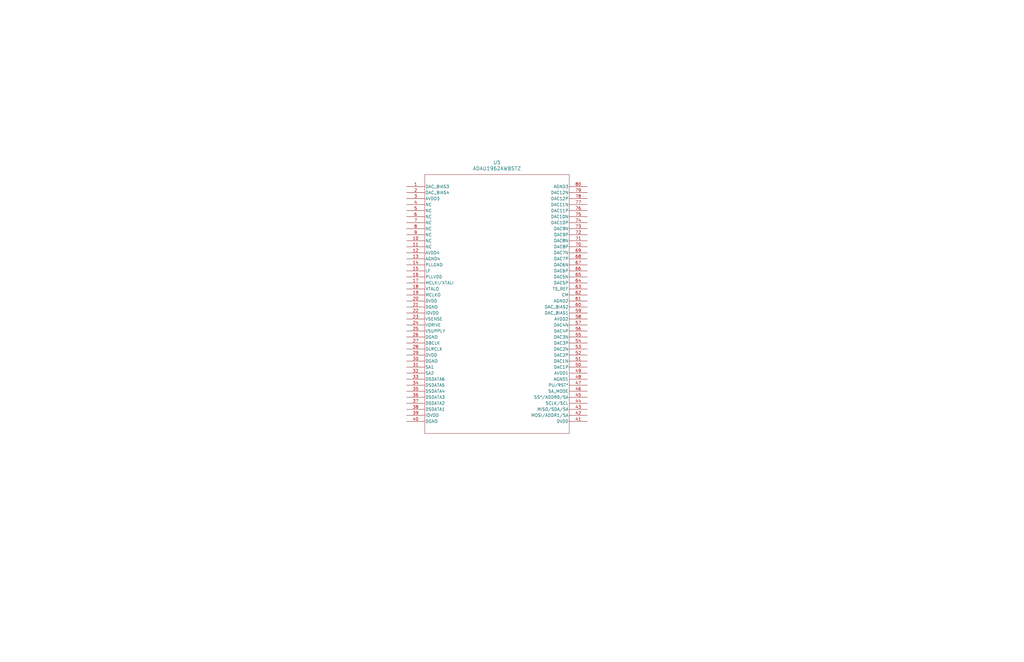
<source format=kicad_sch>
(kicad_sch (version 20250114) (generator "eeschema") (generator_version "9.0")
  (paper "B")
  (title_block (title "Transmit DACs") (date "2026-01-02") (rev "0.0") (company "Andy McCann KA3KAF and Doug McCann KA3KAG"))
  (lib_symbols
    (symbol "ADAU1962A:ADAU1962AWBSTZ" (pin_names (offset 0.254))
      (property "Reference" "U" (at 38.1 10.16 0))
      (property "Value" "ADAU1962AWBSTZ" (at 38.1 7.62 0))
      (symbol "ADAU1962AWBSTZ_0_1"
        (polyline (pts (xy 7.62 5.08) (xy 7.62 -104.14)) (stroke (width 0.127)))
        (polyline (pts (xy 7.62 -104.14) (xy 68.58 -104.14)) (stroke (width 0.127)))
        (polyline (pts (xy 68.58 5.08) (xy 7.62 5.08)) (stroke (width 0.127)))
        (polyline (pts (xy 68.58 -104.14) (xy 68.58 5.08)) (stroke (width 0.127)))
        (pin unspecified line (at 0 0 0) (length 7.62) (name "DAC_BIAS3") (number "1"))
        (pin unspecified line (at 0 -2.54 0) (length 7.62) (name "DAC_BIAS4") (number "2"))
        (pin unspecified line (at 0 -5.08 0) (length 7.62) (name "AVDD3") (number "3"))
        (pin unspecified line (at 0 -7.62 0) (length 7.62) (name "NC") (number "4"))
        (pin unspecified line (at 0 -10.16 0) (length 7.62) (name "NC") (number "5"))
        (pin unspecified line (at 0 -12.7 0) (length 7.62) (name "NC") (number "6"))
        (pin unspecified line (at 0 -15.24 0) (length 7.62) (name "NC") (number "7"))
        (pin unspecified line (at 0 -17.78 0) (length 7.62) (name "NC") (number "8"))
        (pin unspecified line (at 0 -20.32 0) (length 7.62) (name "NC") (number "9"))
        (pin unspecified line (at 0 -22.86 0) (length 7.62) (name "NC") (number "10"))
        (pin unspecified line (at 0 -25.4 0) (length 7.62) (name "NC") (number "11"))
        (pin unspecified line (at 0 -27.94 0) (length 7.62) (name "AVDD4") (number "12"))
        (pin unspecified line (at 0 -30.48 0) (length 7.62) (name "AGND4") (number "13"))
        (pin unspecified line (at 0 -33.02 0) (length 7.62) (name "PLLGND") (number "14"))
        (pin unspecified line (at 0 -35.56 0) (length 7.62) (name "LF") (number "15"))
        (pin unspecified line (at 0 -38.1 0) (length 7.62) (name "PLLVDD") (number "16"))
        (pin unspecified line (at 0 -40.64 0) (length 7.62) (name "MCLKI/XTALI") (number "17"))
        (pin unspecified line (at 0 -43.18 0) (length 7.62) (name "XTALO") (number "18"))
        (pin unspecified line (at 0 -45.72 0) (length 7.62) (name "MCLKO") (number "19"))
        (pin unspecified line (at 0 -48.26 0) (length 7.62) (name "DVDD") (number "20"))
        (pin unspecified line (at 0 -50.8 0) (length 7.62) (name "DGND") (number "21"))
        (pin unspecified line (at 0 -53.34 0) (length 7.62) (name "IOVDD") (number "22"))
        (pin unspecified line (at 0 -55.88 0) (length 7.62) (name "VSENSE") (number "23"))
        (pin unspecified line (at 0 -58.42 0) (length 7.62) (name "VDRIVE") (number "24"))
        (pin unspecified line (at 0 -60.96 0) (length 7.62) (name "VSUPPLY") (number "25"))
        (pin unspecified line (at 0 -63.5 0) (length 7.62) (name "DGND") (number "26"))
        (pin unspecified line (at 0 -66.04 0) (length 7.62) (name "DBCLK") (number "27"))
        (pin unspecified line (at 0 -68.58 0) (length 7.62) (name "DLRCLK") (number "28"))
        (pin unspecified line (at 0 -71.12 0) (length 7.62) (name "DVDD") (number "29"))
        (pin unspecified line (at 0 -73.66 0) (length 7.62) (name "DGND") (number "30"))
        (pin unspecified line (at 0 -76.2 0) (length 7.62) (name "SA1") (number "31"))
        (pin unspecified line (at 0 -78.74 0) (length 7.62) (name "SA2") (number "32"))
        (pin unspecified line (at 0 -81.28 0) (length 7.62) (name "DSDATA6") (number "33"))
        (pin unspecified line (at 0 -83.82 0) (length 7.62) (name "DSDATA5") (number "34"))
        (pin unspecified line (at 0 -86.36 0) (length 7.62) (name "DSDATA4") (number "35"))
        (pin unspecified line (at 0 -88.9 0) (length 7.62) (name "DSDATA3") (number "36"))
        (pin unspecified line (at 0 -91.44 0) (length 7.62) (name "DSDATA2") (number "37"))
        (pin unspecified line (at 0 -93.98 0) (length 7.62) (name "DSDATA1") (number "38"))
        (pin unspecified line (at 0 -96.52 0) (length 7.62) (name "IOVDD") (number "39"))
        (pin unspecified line (at 0 -99.06 0) (length 7.62) (name "DGND") (number "40"))
        (pin unspecified line (at 76.2 0 180) (length 7.62) (name "AGND3") (number "80"))
        (pin unspecified line (at 76.2 -2.54 180) (length 7.62) (name "DAC12N") (number "79"))
        (pin unspecified line (at 76.2 -5.08 180) (length 7.62) (name "DAC12P") (number "78"))
        (pin unspecified line (at 76.2 -7.62 180) (length 7.62) (name "DAC11N") (number "77"))
        (pin unspecified line (at 76.2 -10.16 180) (length 7.62) (name "DAC11P") (number "76"))
        (pin unspecified line (at 76.2 -12.7 180) (length 7.62) (name "DAC10N") (number "75"))
        (pin unspecified line (at 76.2 -15.24 180) (length 7.62) (name "DAC10P") (number "74"))
        (pin unspecified line (at 76.2 -17.78 180) (length 7.62) (name "DAC9N") (number "73"))
        (pin unspecified line (at 76.2 -20.32 180) (length 7.62) (name "DAC9P") (number "72"))
        (pin unspecified line (at 76.2 -22.86 180) (length 7.62) (name "DAC8N") (number "71"))
        (pin unspecified line (at 76.2 -25.4 180) (length 7.62) (name "DAC8P") (number "70"))
        (pin unspecified line (at 76.2 -27.94 180) (length 7.62) (name "DAC7N") (number "69"))
        (pin unspecified line (at 76.2 -30.48 180) (length 7.62) (name "DAC7P") (number "68"))
        (pin unspecified line (at 76.2 -33.02 180) (length 7.62) (name "DAC6N") (number "67"))
        (pin unspecified line (at 76.2 -35.56 180) (length 7.62) (name "DAC6P") (number "66"))
        (pin unspecified line (at 76.2 -38.1 180) (length 7.62) (name "DAC5N") (number "65"))
        (pin unspecified line (at 76.2 -40.64 180) (length 7.62) (name "DAC5P") (number "64"))
        (pin unspecified line (at 76.2 -43.18 180) (length 7.62) (name "TS_REF") (number "63"))
        (pin unspecified line (at 76.2 -45.72 180) (length 7.62) (name "CM") (number "62"))
        (pin unspecified line (at 76.2 -48.26 180) (length 7.62) (name "AGND2") (number "61"))
        (pin unspecified line (at 76.2 -50.8 180) (length 7.62) (name "DAC_BIAS2") (number "60"))
        (pin unspecified line (at 76.2 -53.34 180) (length 7.62) (name "DAC_BIAS1") (number "59"))
        (pin unspecified line (at 76.2 -55.88 180) (length 7.62) (name "AVDD2") (number "58"))
        (pin unspecified line (at 76.2 -58.42 180) (length 7.62) (name "DAC4N") (number "57"))
        (pin unspecified line (at 76.2 -60.96 180) (length 7.62) (name "DAC4P") (number "56"))
        (pin unspecified line (at 76.2 -63.5 180) (length 7.62) (name "DAC3N") (number "55"))
        (pin unspecified line (at 76.2 -66.04 180) (length 7.62) (name "DAC3P") (number "54"))
        (pin unspecified line (at 76.2 -68.58 180) (length 7.62) (name "DAC2N") (number "53"))
        (pin unspecified line (at 76.2 -71.12 180) (length 7.62) (name "DAC2P") (number "52"))
        (pin unspecified line (at 76.2 -73.66 180) (length 7.62) (name "DAC1N") (number "51"))
        (pin unspecified line (at 76.2 -76.2 180) (length 7.62) (name "DAC1P") (number "50"))
        (pin unspecified line (at 76.2 -78.74 180) (length 7.62) (name "AVDD1") (number "49"))
        (pin unspecified line (at 76.2 -81.28 180) (length 7.62) (name "AGND1") (number "48"))
        (pin unspecified line (at 76.2 -83.82 180) (length 7.62) (name "PU/RST*") (number "47"))
        (pin unspecified line (at 76.2 -86.36 180) (length 7.62) (name "SA_MODE") (number "46"))
        (pin unspecified line (at 76.2 -88.9 180) (length 7.62) (name "SS*/ADDR0/SA") (number "45"))
        (pin unspecified line (at 76.2 -91.44 180) (length 7.62) (name "SCLK/SCL") (number "44"))
        (pin unspecified line (at 76.2 -93.98 180) (length 7.62) (name "MISO/SDA/SA") (number "43"))
        (pin unspecified line (at 76.2 -96.52 180) (length 7.62) (name "MOSI/ADDR1/SA") (number "42"))
        (pin unspecified line (at 76.2 -99.06 180) (length 7.62) (name "DVDD") (number "41"))
      )
    )
  )
  (symbol (lib_id "ADAU1962A:ADAU1962AWBSTZ") (at 171.45 78.74 0) (unit 1)
    (property "Reference" "U5" (at 209.55 68.58 0) (effects (font (size 1.524 1.524))))
    (property "Value" "ADAU1962AWBSTZ" (at 209.55 71.12 0) (effects (font (size 1.524 1.524))))
    (property "Footprint" "ST_80_2_ADI" (effects (hide yes)))
    (property "Datasheet" "https://www.analog.com/media/en/technical-documentation/data-sheets/ADAU1962A.pdf" (effects (hide yes)))
  )
)
</source>
